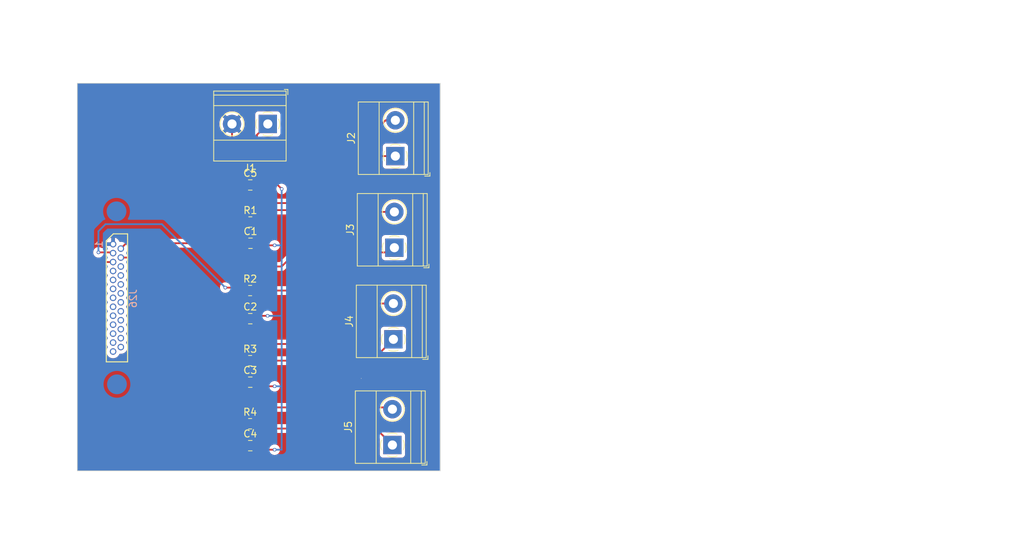
<source format=kicad_pcb>
(kicad_pcb (version 20221018) (generator pcbnew)
  (layers (0 "F.Cu" signal) (31 "B.Cu" signal) (34 "B.Paste" user) (35 "F.Paste" user) (36 "B.SilkS" user "B.Silkscreen") (37 "F.SilkS" user "F.Silkscreen") (38 "B.Mask" user) (39 "F.Mask" user) (44 "Edge.Cuts" user))
  (net 0 "")
  (net 1 "GND")
  (net 2 "Net-(J1-Pin_1)")
  (net 3 "Net-(J3-Pin_2)")
  (net 4 "Net-(J2-Pin_2)")
  (net 5 "Net-(J26-P15)")
  (net 6 "Net-(J5-Pin_2)")
  (footprint "TerminalBlock_Phoenix:TerminalBlock_Phoenix_MKDS-1,5-2-5.08_1x02_P5.08mm_Horizontal" (layer "F.Cu") (at 62.135 26.335 90)
    (fp_text reference "J2" (at 2.54 -6.26 90) (layer "F.SilkS"))
    (fp_text value "Screw_Terminal_01x02")
    (fp_line (start -2.84 4.16) (end -2.84 4.9) (stroke (width 0.12)) (layer "F.SilkS"))
    (fp_line (start -2.84 4.9) (end -2.34 4.9) (stroke (width 0.12)) (layer "F.SilkS"))
    (fp_line (start -2.6 -5.261) (end -2.6 4.66) (stroke (width 0.12)) (layer "F.SilkS"))
    (fp_line (start -2.6 -5.261) (end 7.68 -5.261) (stroke (width 0.12)) (layer "F.SilkS"))
    (fp_line (start -2.6 -2.301) (end 7.68 -2.301) (stroke (width 0.12)) (layer "F.SilkS"))
    (fp_line (start -2.6 2.6) (end 7.68 2.6) (stroke (width 0.12)) (layer "F.SilkS"))
    (fp_line (start -2.6 4.1) (end 7.68 4.1) (stroke (width 0.12)) (layer "F.SilkS"))
    (fp_line (start -2.6 4.66) (end 7.68 4.66) (stroke (width 0.12)) (layer "F.SilkS"))
    (fp_line (start 3.853 1.023) (end 3.806 1.069) (stroke (width 0.12)) (layer "F.SilkS"))
    (fp_line (start 4.046 1.239) (end 4.011 1.274) (stroke (width 0.12)) (layer "F.SilkS"))
    (fp_line (start 6.15 -1.275) (end 6.115 -1.239) (stroke (width 0.12)) (layer "F.SilkS"))
    (fp_line (start 6.355 -1.069) (end 6.308 -1.023) (stroke (width 0.12)) (layer "F.SilkS"))
    (fp_line (start 7.68 -5.261) (end 7.68 4.66) (stroke (width 0.12)) (layer "F.SilkS"))
    (fp_arc (start -1.535427 0.683042) (mid -1.680501 -0.000524) (end -1.535 -0.684) (stroke (width 0.12)) (layer "F.SilkS"))
    (fp_arc (start -0.683042 -1.535427) (mid 0.000524 -1.680501) (end 0.684 -1.535) (stroke (width 0.12)) (layer "F.SilkS"))
    (fp_arc (start 0.028805 1.680253) (mid -0.335551 1.646659) (end -0.684 1.535) (stroke (width 0.12)) (layer "F.SilkS"))
    (fp_arc (start 0.683318 1.534756) (mid 0.349292 1.643288) (end 0 1.68) (stroke (width 0.12)) (layer "F.SilkS"))
    (fp_arc (start 1.535427 -0.683042) (mid 1.680501 0.000524) (end 1.535 0.684) (stroke (width 0.12)) (layer "F.SilkS"))
    (fp_circle (center 5.08 0) (end 6.76 0) (stroke (width 0.12)) (fill none) (layer "F.SilkS"))
    (pad "1" thru_hole rect (at 0 0 90) (size 2.6 2.6) (drill 1.3) (layers "*.Cu" "*.Mask") (net 2 "Net-(J1-Pin_1)"))
    (pad "2" thru_hole circle (at 5.08 0 90) (size 2.6 2.6) (drill 1.3) (layers "*.Cu" "*.Mask") (net 4 "Net-(J2-Pin_2)"))
  )
  (footprint "TerminalBlock_Phoenix:TerminalBlock_Phoenix_MKDS-1,5-2-5.08_1x02_P5.08mm_Horizontal" (layer "F.Cu") (at 61.855 52.335 90)
    (fp_text reference "J4" (at 2.54 -6.26 90) (layer "F.SilkS"))
    (fp_text value "Screw_Terminal_01x02")
    (fp_line (start -2.84 4.16) (end -2.84 4.9) (stroke (width 0.12)) (layer "F.SilkS"))
    (fp_line (start -2.84 4.9) (end -2.34 4.9) (stroke (width 0.12)) (layer "F.SilkS"))
    (fp_line (start -2.6 -5.261) (end -2.6 4.66) (stroke (width 0.12)) (layer "F.SilkS"))
    (fp_line (start -2.6 -5.261) (end 7.68 -5.261) (stroke (width 0.12)) (layer "F.SilkS"))
    (fp_line (start -2.6 -2.301) (end 7.68 -2.301) (stroke (width 0.12)) (layer "F.SilkS"))
    (fp_line (start -2.6 2.6) (end 7.68 2.6) (stroke (width 0.12)) (layer "F.SilkS"))
    (fp_line (start -2.6 4.1) (end 7.68 4.1) (stroke (width 0.12)) (layer "F.SilkS"))
    (fp_line (start -2.6 4.66) (end 7.68 4.66) (stroke (width 0.12)) (layer "F.SilkS"))
    (fp_line (start 3.853 1.023) (end 3.806 1.069) (stroke (width 0.12)) (layer "F.SilkS"))
    (fp_line (start 4.046 1.239) (end 4.011 1.274) (stroke (width 0.12)) (layer "F.SilkS"))
    (fp_line (start 6.15 -1.275) (end 6.115 -1.239) (stroke (width 0.12)) (layer "F.SilkS"))
    (fp_line (start 6.355 -1.069) (end 6.308 -1.023) (stroke (width 0.12)) (layer "F.SilkS"))
    (fp_line (start 7.68 -5.261) (end 7.68 4.66) (stroke (width 0.12)) (layer "F.SilkS"))
    (fp_arc (start -1.535427 0.683042) (mid -1.680501 -0.000524) (end -1.535 -0.684) (stroke (width 0.12)) (layer "F.SilkS"))
    (fp_arc (start -0.683042 -1.535427) (mid 0.000524 -1.680501) (end 0.684 -1.535) (stroke (width 0.12)) (layer "F.SilkS"))
    (fp_arc (start 0.028805 1.680253) (mid -0.335551 1.646659) (end -0.684 1.535) (stroke (width 0.12)) (layer "F.SilkS"))
    (fp_arc (start 0.683318 1.534756) (mid 0.349292 1.643288) (end 0 1.68) (stroke (width 0.12)) (layer "F.SilkS"))
    (fp_arc (start 1.535427 -0.683042) (mid 1.680501 0.000524) (end 1.535 0.684) (stroke (width 0.12)) (layer "F.SilkS"))
    (fp_circle (center 5.08 0) (end 6.76 0) (stroke (width 0.12)) (fill none) (layer "F.SilkS"))
    (pad "1" thru_hole rect (at 0 0 90) (size 2.6 2.6) (drill 1.3) (layers "*.Cu" "*.Mask") (net 2 "Net-(J1-Pin_1)"))
    (pad "2" thru_hole circle (at 5.08 0 90) (size 2.6 2.6) (drill 1.3) (layers "*.Cu" "*.Mask") (net 5 "Net-(J26-P15)"))
  )
  (footprint "Resistor_SMD:R_0805_2012Metric" (layer "F.Cu") (at 41.525 45.415)
    (fp_text reference "R2" (at 0 -1.65) (layer "F.SilkS"))
    (fp_text value "R")
    (fp_line (start -0.227064 -0.735) (end 0.227064 -0.735) (stroke (width 0.12)) (layer "F.SilkS"))
    (fp_line (start -0.227064 0.735) (end 0.227064 0.735) (stroke (width 0.12)) (layer "F.SilkS"))
    (pad "1" smd roundrect (at -0.9125 0) (size 1.025 1.4) (layers "F.Cu" "F.Paste" "F.Mask") (roundrect_rratio 0.243902439) (net 3 "Net-(J3-Pin_2)"))
    (pad "2" smd roundrect (at 0.9125 0) (size 1.025 1.4) (layers "F.Cu" "F.Paste" "F.Mask") (roundrect_rratio 0.243902439) (net 2 "Net-(J1-Pin_1)"))
  )
  (footprint "Capacitor_SMD:C_0805_2012Metric" (layer "F.Cu") (at 41.545 67.425)
    (fp_text reference "C4" (at 0 -1.68) (layer "F.SilkS"))
    (fp_text value "C")
    (fp_line (start -0.261252 -0.735) (end 0.261252 -0.735) (stroke (width 0.12)) (layer "F.SilkS"))
    (fp_line (start -0.261252 0.735) (end 0.261252 0.735) (stroke (width 0.12)) (layer "F.SilkS"))
    (pad "1" smd roundrect (at -0.95 0) (size 1 1.45) (layers "F.Cu" "F.Paste" "F.Mask") (net 6 "Net-(J5-Pin_2)"))
    (pad "2" smd roundrect (at 0.95 0) (size 1 1.45) (layers "F.Cu" "F.Paste" "F.Mask") (net 2 "Net-(J1-Pin_1)"))
  )
  (footprint "TerminalBlock_Phoenix:TerminalBlock_Phoenix_MKDS-1,5-2-5.08_1x02_P5.08mm_Horizontal" (layer "F.Cu") (at 61.995 39.335 90)
    (fp_text reference "J3" (at 2.54 -6.26 90) (layer "F.SilkS"))
    (fp_text value "Screw_Terminal_01x02")
    (fp_line (start -2.84 4.16) (end -2.84 4.9) (stroke (width 0.12)) (layer "F.SilkS"))
    (fp_line (start -2.84 4.9) (end -2.34 4.9) (stroke (width 0.12)) (layer "F.SilkS"))
    (fp_line (start -2.6 -5.261) (end -2.6 4.66) (stroke (width 0.12)) (layer "F.SilkS"))
    (fp_line (start -2.6 -5.261) (end 7.68 -5.261) (stroke (width 0.12)) (layer "F.SilkS"))
    (fp_line (start -2.6 -2.301) (end 7.68 -2.301) (stroke (width 0.12)) (layer "F.SilkS"))
    (fp_line (start -2.6 2.6) (end 7.68 2.6) (stroke (width 0.12)) (layer "F.SilkS"))
    (fp_line (start -2.6 4.1) (end 7.68 4.1) (stroke (width 0.12)) (layer "F.SilkS"))
    (fp_line (start -2.6 4.66) (end 7.68 4.66) (stroke (width 0.12)) (layer "F.SilkS"))
    (fp_line (start 3.853 1.023) (end 3.806 1.069) (stroke (width 0.12)) (layer "F.SilkS"))
    (fp_line (start 4.046 1.239) (end 4.011 1.274) (stroke (width 0.12)) (layer "F.SilkS"))
    (fp_line (start 6.15 -1.275) (end 6.115 -1.239) (stroke (width 0.12)) (layer "F.SilkS"))
    (fp_line (start 6.355 -1.069) (end 6.308 -1.023) (stroke (width 0.12)) (layer "F.SilkS"))
    (fp_line (start 7.68 -5.261) (end 7.68 4.66) (stroke (width 0.12)) (layer "F.SilkS"))
    (fp_arc (start -1.535427 0.683042) (mid -1.680501 -0.000524) (end -1.535 -0.684) (stroke (width 0.12)) (layer "F.SilkS"))
    (fp_arc (start -0.683042 -1.535427) (mid 0.000524 -1.680501) (end 0.684 -1.535) (stroke (width 0.12)) (layer "F.SilkS"))
    (fp_arc (start 0.028805 1.680253) (mid -0.335551 1.646659) (end -0.684 1.535) (stroke (width 0.12)) (layer "F.SilkS"))
    (fp_arc (start 0.683318 1.534756) (mid 0.349292 1.643288) (end 0 1.68) (stroke (width 0.12)) (layer "F.SilkS"))
    (fp_arc (start 1.535427 -0.683042) (mid 1.680501 0.000524) (end 1.535 0.684) (stroke (width 0.12)) (layer "F.SilkS"))
    (fp_circle (center 5.08 0) (end 6.76 0) (stroke (width 0.12)) (fill none) (layer "F.SilkS"))
    (pad "1" thru_hole rect (at 0 0 90) (size 2.6 2.6) (drill 1.3) (layers "*.Cu" "*.Mask") (net 2 "Net-(J1-Pin_1)"))
    (pad "2" thru_hole circle (at 5.08 0 90) (size 2.6 2.6) (drill 1.3) (layers "*.Cu" "*.Mask") (net 3 "Net-(J3-Pin_2)"))
  )
  (footprint "TerminalBlock_Phoenix:TerminalBlock_Phoenix_MKDS-1,5-2-5.08_1x02_P5.08mm_Horizontal" (layer "F.Cu") (at 44.035 21.775 180)
    (fp_text reference "J1" (at 2.54 -6.26) (layer "F.SilkS"))
    (fp_text value "Screw_Terminal_01x02")
    (fp_line (start -2.84 4.16) (end -2.84 4.9) (stroke (width 0.12)) (layer "F.SilkS"))
    (fp_line (start -2.84 4.9) (end -2.34 4.9) (stroke (width 0.12)) (layer "F.SilkS"))
    (fp_line (start -2.6 -5.261) (end -2.6 4.66) (stroke (width 0.12)) (layer "F.SilkS"))
    (fp_line (start -2.6 -5.261) (end 7.68 -5.261) (stroke (width 0.12)) (layer "F.SilkS"))
    (fp_line (start -2.6 -2.301) (end 7.68 -2.301) (stroke (width 0.12)) (layer "F.SilkS"))
    (fp_line (start -2.6 2.6) (end 7.68 2.6) (stroke (width 0.12)) (layer "F.SilkS"))
    (fp_line (start -2.6 4.1) (end 7.68 4.1) (stroke (width 0.12)) (layer "F.SilkS"))
    (fp_line (start -2.6 4.66) (end 7.68 4.66) (stroke (width 0.12)) (layer "F.SilkS"))
    (fp_line (start 3.853 1.023) (end 3.806 1.069) (stroke (width 0.12)) (layer "F.SilkS"))
    (fp_line (start 4.046 1.239) (end 4.011 1.274) (stroke (width 0.12)) (layer "F.SilkS"))
    (fp_line (start 6.15 -1.275) (end 6.115 -1.239) (stroke (width 0.12)) (layer "F.SilkS"))
    (fp_line (start 6.355 -1.069) (end 6.308 -1.023) (stroke (width 0.12)) (layer "F.SilkS"))
    (fp_line (start 7.68 -5.261) (end 7.68 4.66) (stroke (width 0.12)) (layer "F.SilkS"))
    (fp_arc (start -1.535427 0.683042) (mid -1.680501 -0.000524) (end -1.535 -0.684) (stroke (width 0.12)) (layer "F.SilkS"))
    (fp_arc (start -0.683042 -1.535427) (mid 0.000524 -1.680501) (end 0.684 -1.535) (stroke (width 0.12)) (layer "F.SilkS"))
    (fp_arc (start 0.028805 1.680253) (mid -0.335551 1.646659) (end -0.684 1.535) (stroke (width 0.12)) (layer "F.SilkS"))
    (fp_arc (start 0.683318 1.534756) (mid 0.349292 1.643288) (end 0 1.68) (stroke (width 0.12)) (layer "F.SilkS"))
    (fp_arc (start 1.535427 -0.683042) (mid 1.680501 0.000524) (end 1.535 0.684) (stroke (width 0.12)) (layer "F.SilkS"))
    (fp_circle (center 5.08 0) (end 6.76 0) (stroke (width 0.12)) (fill none) (layer "F.SilkS"))
    (pad "1" thru_hole rect (at 0 0 180) (size 2.6 2.6) (drill 1.3) (layers "*.Cu" "*.Mask") (net 2 "Net-(J1-Pin_1)"))
    (pad "2" thru_hole circle (at 5.08 0 180) (size 2.6 2.6) (drill 1.3) (layers "*.Cu" "*.Mask") (net 1 "GND"))
  )
  (footprint "Resistor_SMD:R_0805_2012Metric" (layer "F.Cu") (at 41.525 55.365)
    (fp_text reference "R3" (at 0 -1.65) (layer "F.SilkS"))
    (fp_text value "R")
    (fp_line (start -0.227064 -0.735) (end 0.227064 -0.735) (stroke (width 0.12)) (layer "F.SilkS"))
    (fp_line (start -0.227064 0.735) (end 0.227064 0.735) (stroke (width 0.12)) (layer "F.SilkS"))
    (pad "1" smd roundrect (at -0.9125 0) (size 1.025 1.4) (layers "F.Cu" "F.Paste" "F.Mask") (roundrect_rratio 0.243902439) (net 5 "Net-(J26-P15)"))
    (pad "2" smd roundrect (at 0.9125 0) (size 1.025 1.4) (layers "F.Cu" "F.Paste" "F.Mask") (roundrect_rratio 0.243902439) (net 2 "Net-(J1-Pin_1)"))
  )
  (footprint "Resistor_SMD:R_0805_2012Metric" (layer "F.Cu") (at 41.525 64.315)
    (fp_text reference "R4" (at 0 -1.65) (layer "F.SilkS"))
    (fp_text value "R")
    (fp_line (start -0.227064 -0.735) (end 0.227064 -0.735) (stroke (width 0.12)) (layer "F.SilkS"))
    (fp_line (start -0.227064 0.735) (end 0.227064 0.735) (stroke (width 0.12)) (layer "F.SilkS"))
    (pad "1" smd roundrect (at -0.9125 0) (size 1.025 1.4) (layers "F.Cu" "F.Paste" "F.Mask") (roundrect_rratio 0.243902439) (net 6 "Net-(J5-Pin_2)"))
    (pad "2" smd roundrect (at 0.9125 0) (size 1.025 1.4) (layers "F.Cu" "F.Paste" "F.Mask") (roundrect_rratio 0.243902439) (net 2 "Net-(J1-Pin_1)"))
  )
  (footprint "Capacitor_SMD:C_0805_2012Metric" (layer "F.Cu") (at 41.575 38.705)
    (fp_text reference "C1" (at 0 -1.68) (layer "F.SilkS"))
    (fp_text value "C")
    (fp_line (start -0.261252 -0.735) (end 0.261252 -0.735) (stroke (width 0.12)) (layer "F.SilkS"))
    (fp_line (start -0.261252 0.735) (end 0.261252 0.735) (stroke (width 0.12)) (layer "F.SilkS"))
    (pad "1" smd roundrect (at -0.95 0) (size 1 1.45) (layers "F.Cu" "F.Paste" "F.Mask") (net 4 "Net-(J2-Pin_2)"))
    (pad "2" smd roundrect (at 0.95 0) (size 1 1.45) (layers "F.Cu" "F.Paste" "F.Mask") (net 2 "Net-(J1-Pin_1)"))
  )
  (footprint "TerminalBlock_Phoenix:TerminalBlock_Phoenix_MKDS-1,5-2-5.08_1x02_P5.08mm_Horizontal" (layer "F.Cu") (at 61.715 67.335 90)
    (fp_text reference "J5" (at 2.54 -6.26 90) (layer "F.SilkS"))
    (fp_text value "Screw_Terminal_01x02")
    (fp_line (start -2.84 4.16) (end -2.84 4.9) (stroke (width 0.12)) (layer "F.SilkS"))
    (fp_line (start -2.84 4.9) (end -2.34 4.9) (stroke (width 0.12)) (layer "F.SilkS"))
    (fp_line (start -2.6 -5.261) (end -2.6 4.66) (stroke (width 0.12)) (layer "F.SilkS"))
    (fp_line (start -2.6 -5.261) (end 7.68 -5.261) (stroke (width 0.12)) (layer "F.SilkS"))
    (fp_line (start -2.6 -2.301) (end 7.68 -2.301) (stroke (width 0.12)) (layer "F.SilkS"))
    (fp_line (start -2.6 2.6) (end 7.68 2.6) (stroke (width 0.12)) (layer "F.SilkS"))
    (fp_line (start -2.6 4.1) (end 7.68 4.1) (stroke (width 0.12)) (layer "F.SilkS"))
    (fp_line (start -2.6 4.66) (end 7.68 4.66) (stroke (width 0.12)) (layer "F.SilkS"))
    (fp_line (start 3.853 1.023) (end 3.806 1.069) (stroke (width 0.12)) (layer "F.SilkS"))
    (fp_line (start 4.046 1.239) (end 4.011 1.274) (stroke (width 0.12)) (layer "F.SilkS"))
    (fp_line (start 6.15 -1.275) (end 6.115 -1.239) (stroke (width 0.12)) (layer "F.SilkS"))
    (fp_line (start 6.355 -1.069) (end 6.308 -1.023) (stroke (width 0.12)) (layer "F.SilkS"))
    (fp_line (start 7.68 -5.261) (end 7.68 4.66) (stroke (width 0.12)) (layer "F.SilkS"))
    (fp_arc (start -1.535427 0.683042) (mid -1.680501 -0.000524) (end -1.535 -0.684) (stroke (width 0.12)) (layer "F.SilkS"))
    (fp_arc (start -0.683042 -1.535427) (mid 0.000524 -1.680501) (end 0.684 -1.535) (stroke (width 0.12)) (layer "F.SilkS"))
    (fp_arc (start 0.028805 1.680253) (mid -0.335551 1.646659) (end -0.684 1.535) (stroke (width 0.12)) (layer "F.SilkS"))
    (fp_arc (start 0.683318 1.534756) (mid 0.349292 1.643288) (end 0 1.68) (stroke (width 0.12)) (layer "F.SilkS"))
    (fp_arc (start 1.535427 -0.683042) (mid 1.680501 0.000524) (end 1.535 0.684) (stroke (width 0.12)) (layer "F.SilkS"))
    (fp_circle (center 5.08 0) (end 6.76 0) (stroke (width 0.12)) (fill none) (layer "F.SilkS"))
    (pad "1" thru_hole rect (at 0 0 90) (size 2.6 2.6) (drill 1.3) (layers "*.Cu" "*.Mask") (net 2 "Net-(J1-Pin_1)"))
    (pad "2" thru_hole circle (at 5.08 0 90) (size 2.6 2.6) (drill 1.3) (layers "*.Cu" "*.Mask") (net 6 "Net-(J5-Pin_2)"))
  )
  (footprint "Capacitor_SMD:C_0805_2012Metric" (layer "F.Cu") (at 41.545 58.415)
    (fp_text reference "C3" (at 0 -1.68) (layer "F.SilkS"))
    (fp_text value "C")
    (fp_line (start -0.261252 -0.735) (end 0.261252 -0.735) (stroke (width 0.12)) (layer "F.SilkS"))
    (fp_line (start -0.261252 0.735) (end 0.261252 0.735) (stroke (width 0.12)) (layer "F.SilkS"))
    (pad "1" smd roundrect (at -0.95 0) (size 1 1.45) (layers "F.Cu" "F.Paste" "F.Mask") (net 5 "Net-(J26-P15)"))
    (pad "2" smd roundrect (at 0.95 0) (size 1 1.45) (layers "F.Cu" "F.Paste" "F.Mask") (net 2 "Net-(J1-Pin_1)"))
  )
  (footprint "Capacitor_SMD:C_0805_2012Metric" (layer "F.Cu") (at 41.545 30.435)
    (fp_text reference "C5" (at 0 -1.68) (layer "F.SilkS"))
    (fp_text value "C")
    (fp_line (start -0.261252 -0.735) (end 0.261252 -0.735) (stroke (width 0.12)) (layer "F.SilkS"))
    (fp_line (start -0.261252 0.735) (end 0.261252 0.735) (stroke (width 0.12)) (layer "F.SilkS"))
    (pad "1" smd roundrect (at -0.95 0) (size 1 1.45) (layers "F.Cu" "F.Paste" "F.Mask") (net 1 "GND"))
    (pad "2" smd roundrect (at 0.95 0) (size 1 1.45) (layers "F.Cu" "F.Paste" "F.Mask") (net 2 "Net-(J1-Pin_1)"))
  )
  (footprint "Capacitor_SMD:C_0805_2012Metric" (layer "F.Cu") (at 41.545 49.405)
    (fp_text reference "C2" (at 0 -1.68) (layer "F.SilkS"))
    (fp_text value "C")
    (fp_line (start -0.261252 -0.735) (end 0.261252 -0.735) (stroke (width 0.12)) (layer "F.SilkS"))
    (fp_line (start -0.261252 0.735) (end 0.261252 0.735) (stroke (width 0.12)) (layer "F.SilkS"))
    (pad "1" smd roundrect (at -0.95 0) (size 1 1.45) (layers "F.Cu" "F.Paste" "F.Mask") (net 3 "Net-(J3-Pin_2)"))
    (pad "2" smd roundrect (at 0.95 0) (size 1 1.45) (layers "F.Cu" "F.Paste" "F.Mask") (net 2 "Net-(J1-Pin_1)"))
  )
  (footprint "Resistor_SMD:R_0805_2012Metric" (layer "F.Cu") (at 41.555 35.685)
    (fp_text reference "R1" (at 0 -1.65) (layer "F.SilkS"))
    (fp_text value "R")
    (fp_line (start -0.227064 -0.735) (end 0.227064 -0.735) (stroke (width 0.12)) (layer "F.SilkS"))
    (fp_line (start -0.227064 0.735) (end 0.227064 0.735) (stroke (width 0.12)) (layer "F.SilkS"))
    (pad "1" smd roundrect (at -0.9125 0) (size 1.025 1.4) (layers "F.Cu" "F.Paste" "F.Mask") (roundrect_rratio 0.243902439) (net 4 "Net-(J2-Pin_2)"))
    (pad "2" smd roundrect (at 0.9125 0) (size 1.025 1.4) (layers "F.Cu" "F.Paste" "F.Mask") (roundrect_rratio 0.243902439) (net 2 "Net-(J1-Pin_1)"))
  )
  (footprint "0_footprint_Library:Norcomp-380-025-113L001-microd_Updated" (layer "B.Cu") (at 22.6255 46.45 -90)
    (fp_text reference "J26" (at 0.1 -2.3 90) (layer "B.SilkS") (effects (justify mirror)))
    (fp_text value "DB25_Plug")
    (fp_text user "1" (at -7.62 2.54 90) (layer "B.SilkS") (effects (justify mirror)))
    (fp_line (start -9.08 -1.51) (end 9.08 -1.51) (stroke (width 0.15)) (layer "F.SilkS"))
    (fp_line (start -9.08 0.51) (end -9.08 -1.51) (stroke (width 0.15)) (layer "F.SilkS"))
    (fp_line (start -8.08 1.51) (end -9.08 0.51) (stroke (width 0.15)) (layer "F.SilkS"))
    (fp_line (start 9.08 -1.51) (end 9.08 1.51) (stroke (width 0.15)) (layer "F.SilkS"))
    (fp_line (start 9.08 1.51) (end -8.08 1.51) (stroke (width 0.15)) (layer "F.SilkS"))
    (pad "1" thru_hole oval (at -7.62 0.55 270) (size 0.92 0.92) (drill 0.61) (layers "*.Cu" "*.Mask") (net 1 "GND"))
    (pad "2" thru_hole oval (at -6.35 0.55 270) (size 0.92 0.92) (drill 0.61) (layers "*.Cu" "*.Mask") (net 3 "Net-(J3-Pin_2)"))
    (pad "3" thru_hole oval (at -5.08 0.55 270) (size 0.92 0.92) (drill 0.61) (layers "*.Cu" "*.Mask") (net 6 "Net-(J5-Pin_2)"))
    (pad "4" thru_hole oval (at -3.81 0.55 270) (size 0.92 0.92) (drill 0.61) (layers "*.Cu" "*.Mask"))
    (pad "5" thru_hole oval (at -2.54 0.55 270) (size 0.92 0.92) (drill 0.61) (layers "*.Cu" "*.Mask"))
    (pad "6" thru_hole oval (at -1.27 0.55 270) (size 0.92 0.92) (drill 0.61) (layers "*.Cu" "*.Mask"))
    (pad "7" thru_hole oval (at 0 0.55 270) (size 0.92 0.92) (drill 0.61) (layers "*.Cu" "*.Mask"))
    (pad "8" thru_hole oval (at 1.27 0.55 270) (size 0.92 0.92) (drill 0.61) (layers "*.Cu" "*.Mask"))
    (pad "9" thru_hole oval (at 2.54 0.55 270) (size 0.92 0.92) (drill 0.61) (layers "*.Cu" "*.Mask"))
    (pad "10" thru_hole oval (at 3.81 0.55 270) (size 0.92 0.92) (drill 0.61) (layers "*.Cu" "*.Mask"))
    (pad "11" thru_hole oval (at 5.08 0.55 270) (size 0.92 0.92) (drill 0.61) (layers "*.Cu" "*.Mask"))
    (pad "12" thru_hole oval (at 6.35 0.55 270) (size 0.92 0.92) (drill 0.61) (layers "*.Cu" "*.Mask"))
    (pad "13" thru_hole oval (at 7.62 0.55 270) (size 0.92 0.92) (drill 0.61) (layers "*.Cu" "*.Mask"))
    (pad "14" thru_hole oval (at -6.985 -0.55 270) (size 0.92 0.92) (drill 0.61) (layers "*.Cu" "*.Mask") (net 4 "Net-(J2-Pin_2)"))
    (pad "15" thru_hole oval (at -5.715 -0.55 270) (size 0.92 0.92) (drill 0.61) (layers "*.Cu" "*.Mask") (net 5 "Net-(J26-P15)"))
    (pad "16" thru_hole oval (at -4.445 -0.55 270) (size 0.92 0.92) (drill 0.61) (layers "*.Cu" "*.Mask"))
    (pad "17" thru_hole oval (at -3.175 -0.55 270) (size 0.92 0.92) (drill 0.61) (layers "*.Cu" "*.Mask"))
    (pad "18" thru_hole oval (at -1.905 -0.55 270) (size 0.92 0.92) (drill 0.61) (layers "*.Cu" "*.Mask"))
    (pad "19" thru_hole oval (at -0.635 -0.55 270) (size 0.92 0.92) (drill 0.61) (layers "*.Cu" "*.Mask"))
    (pad "20" thru_hole oval (at 0.635 -0.55 270) (size 0.92 0.92) (drill 0.61) (layers "*.Cu" "*.Mask"))
    (pad "21" thru_hole oval (at 1.905 -0.55 270) (size 0.92 0.92) (drill 0.61) (layers "*.Cu" "*.Mask"))
    (pad "22" thru_hole oval (at 3.175 -0.55 270) (size 0.92 0.92) (drill 0.61) (layers "*.Cu" "*.Mask"))
    (pad "23" thru_hole oval (at 4.445 -0.55 270) (size 0.92 0.92) (drill 0.61) (layers "*.Cu" "*.Mask"))
    (pad "24" thru_hole oval (at 5.715 -0.55 270) (size 0.92 0.92) (drill 0.61) (layers "*.Cu" "*.Mask"))
    (pad "25" thru_hole oval (at 6.985 -0.55 270) (size 0.92 0.92) (drill 0.61) (layers "*.Cu" "*.Mask"))
    (pad "GND" smd circle (at -12.275 0.06 270) (size 2.8 2.8) (layers "B.Cu" "B.Paste" "B.Mask"))
    (pad "GND" smd circle (at 12.275 0 270) (size 2.8 2.8) (layers "B.Cu" "B.Paste" "B.Mask"))
  )
  (gr_rect (start 17 16) (end 68.5 71) (stroke (width 0.1)) (fill none) (layer "Edge.Cuts"))
  (gr_line (start 57.295 57.885) (end 57.295 57.885) (stroke (width 0.1)) (layer "Edge.Cuts"))
  (segment (start 38.955 28.795) (end 38.955 21.775) (width 0.25) (layer "F.Cu") (net 1))
  (segment (start 22.0755 38.83) (end 22.0755 36.9245) (width 0.25) (layer "F.Cu") (net 1))
  (segment (start 40.595 30.435) (end 38.955 28.795) (width 0.25) (layer "F.Cu") (net 1))
  (segment (start 22.0755 36.9245) (end 28.565 30.435) (width 0.25) (layer "F.Cu") (net 1))
  (segment (start 28.565 30.435) (end 40.595 30.435) (width 0.25) (layer "F.Cu") (net 1))
  (segment (start 42.4375 45.415) (end 47.585 45.415) (width 0.25) (layer "F.Cu") (net 2))
  (segment (start 42.4375 49.3475) (end 42.4375 45.415) (width 0.25) (layer "F.Cu") (net 2))
  (segment (start 42.495 23.315) (end 44.035 21.775) (width 0.25) (layer "F.Cu") (net 2))
  (segment (start 43.1225 65) (end 59.38 65) (width 0.25) (layer "F.Cu") (net 2))
  (segment (start 42.4375 55.365) (end 58.825 55.365) (width 0.25) (layer "F.Cu") (net 2))
  (segment (start 42.4375 55.365) (end 42.4375 58.3575) (width 0.25) (layer "F.Cu") (net 2))
  (segment (start 44 49) (end 42.9 49) (width 0.25) (layer "F.Cu") (net 2))
  (segment (start 43.07 68) (end 42.495 67.425) (width 0.25) (layer "F.Cu") (net 2))
  (segment (start 42.4375 64.315) (end 43.1225 65) (width 0.25) (layer "F.Cu") (net 2))
  (segment (start 42.4375 58.3575) (end 42.495 58.415) (width 0.25) (layer "F.Cu") (net 2))
  (segment (start 42.9 49) (end 42.495 49.405) (width 0.25) (layer "F.Cu") (net 2))
  (segment (start 45 39) (end 42.82 39) (width 0.25) (layer "F.Cu") (net 2))
  (segment (start 42.525 38.705) (end 42.525 35.7425) (width 0.25) (layer "F.Cu") (net 2))
  (segment (start 43.08 59) (end 42.495 58.415) (width 0.25) (layer "F.Cu") (net 2))
  (segment (start 42.495 67.425) (end 42.495 64.3725) (width 0.25) (layer "F.Cu") (net 2))
  (segment (start 51 34) (end 58.665 26.335) (width 0.25) (layer "F.Cu") (net 2))
  (segment (start 42.495 49.405) (end 42.4375 49.3475) (width 0.25) (layer "F.Cu") (net 2))
  (segment (start 46 31) (end 45.435 30.435) (width 0.25) (layer "F.Cu") (net 2))
  (segment (start 47.585 45.415) (end 53 40) (width 0.25) (layer "F.Cu") (net 2))
  (segment (start 61.33 40) (end 61.995 39.335) (width 0.25) (layer "F.Cu") (net 2))
  (segment (start 58.825 55.365) (end 61.855 52.335) (width 0.25) (layer "F.Cu") (net 2))
  (segment (start 42.495 64.3725) (end 42.4375 64.315) (width 0.25) (layer "F.Cu") (net 2))
  (segment (start 53 40) (end 61.33 40) (width 0.25) (layer "F.Cu") (net 2))
  (segment (start 58.665 26.335) (end 62.135 26.335) (width 0.25) (layer "F.Cu") (net 2))
  (segment (start 44.1525 34) (end 51 34) (width 0.25) (layer "F.Cu") (net 2))
  (segment (start 45 68) (end 43.07 68) (width 0.25) (layer "F.Cu") (net 2))
  (segment (start 45 59) (end 43.08 59) (width 0.25) (layer "F.Cu") (net 2))
  (segment (start 45.435 30.435) (end 42.495 30.435) (width 0.25) (layer "F.Cu") (net 2))
  (segment (start 42.525 35.7425) (end 42.4675 35.685) (width 0.25) (layer "F.Cu") (net 2))
  (segment (start 59.38 65) (end 61.715 67.335) (width 0.25) (layer "F.Cu") (net 2))
  (segment (start 42.4675 35.685) (end 44.1525 34) (width 0.25) (layer "F.Cu") (net 2))
  (segment (start 42.82 39) (end 42.525 38.705) (width 0.25) (layer "F.Cu") (net 2))
  (segment (start 42.495 30.435) (end 42.495 23.315) (width 0.25) (layer "F.Cu") (net 2))
  (via (at 45 68) (size 0.5) (drill 0.3) (layers "F.Cu" "B.Cu") (net 2))
  (via (at 46 31) (size 0.5) (drill 0.3) (layers "F.Cu" "B.Cu") (net 2))
  (via (at 44 49) (size 0.5) (drill 0.3) (layers "F.Cu" "B.Cu") (net 2))
  (via (at 45 59) (size 0.5) (drill 0.3) (layers "F.Cu" "B.Cu") (net 2))
  (via (at 45 39) (size 0.5) (drill 0.3) (layers "F.Cu" "B.Cu") (net 2))
  (segment (start 46 59) (end 45 59) (width 0.25) (layer "B.Cu") (net 2))
  (segment (start 46 39) (end 46 49) (width 0.25) (layer "B.Cu") (net 2))
  (segment (start 46 49) (end 46 59) (width 0.25) (layer "B.Cu") (net 2))
  (segment (start 45 49) (end 44 49) (width 0.25) (layer "B.Cu") (net 2))
  (segment (start 46 39) (end 45 39) (width 0.25) (layer "B.Cu") (net 2))
  (segment (start 46 49) (end 45 49) (width 0.25) (layer "B.Cu") (net 2))
  (segment (start 46 59) (end 46 68) (width 0.25) (layer "B.Cu") (net 2))
  (segment (start 46 68) (end 45 68) (width 0.25) (layer "B.Cu") (net 2))
  (segment (start 46 31) (end 46 39) (width 0.25) (layer "B.Cu") (net 2))
  (segment (start 42 42) (end 46 42) (width 0.25) (layer "F.Cu") (net 3))
  (segment (start 22.0755 40.1) (end 21.9755 40) (width 0.25) (layer "F.Cu") (net 3))
  (segment (start 40.595 45.4325) (end 40.6125 45.415) (width 0.25) (layer "F.Cu") (net 3))
  (segment (start 21.9755 40) (end 20 40) (width 0.25) (layer "F.Cu") (net 3))
  (segment (start 46 42) (end 53.745 34.255) (width 0.25) (layer "F.Cu") (net 3))
  (segment (start 40.6125 43.3875) (end 42 42) (width 0.25) (layer "F.Cu") (net 3))
  (segment (start 40.6125 45.415) (end 40.6125 43.3875) (width 0.25) (layer "F.Cu") (net 3))
  (segment (start 38 45) (end 40.1975 45) (width 0.25) (layer "F.Cu") (net 3))
  (segment (start 40.1975 45) (end 40.6125 45.415) (width 0.25) (layer "F.Cu") (net 3))
  (segment (start 53.745 34.255) (end 61.995 34.255) (width 0.25) (layer "F.Cu") (net 3))
  (segment (start 40.595 49.405) (end 40.595 45.4325) (width 0.25) (layer "F.Cu") (net 3))
  (via (at 20 40) (size 0.5) (drill 0.3) (layers "F.Cu" "B.Cu") (net 3))
  (via (at 38 45) (size 0.5) (drill 0.3) (layers "F.Cu" "B.Cu") (net 3))
  (segment (start 20 40) (end 20 37) (width 0.25) (layer "B.Cu") (net 3))
  (segment (start 21 36) (end 29 36) (width 0.25) (layer "B.Cu") (net 3))
  (segment (start 29 36) (end 38 45) (width 0.25) (layer "B.Cu") (net 3))
  (segment (start 20 37) (end 21 36) (width 0.25) (layer "B.Cu") (net 3))
  (segment (start 40.625 35.7025) (end 40.6425 35.685) (width 0.25) (layer "F.Cu") (net 4))
  (segment (start 40.6425 35.685) (end 43.3275 33) (width 0.25) (layer "F.Cu") (net 4))
  (segment (start 23.9355 38.705) (end 23.1755 39.465) (width 0.25) (layer "F.Cu") (net 4))
  (segment (start 43.3275 33) (end 49 33) (width 0.25) (layer "F.Cu") (net 4))
  (segment (start 49 33) (end 60.745 21.255) (width 0.25) (layer "F.Cu") (net 4))
  (segment (start 40.625 38.705) (end 23.9355 38.705) (width 0.25) (layer "F.Cu") (net 4))
  (segment (start 40.625 38.705) (end 40.625 35.7025) (width 0.25) (layer "F.Cu") (net 4))
  (segment (start 60.745 21.255) (end 62.135 21.255) (width 0.25) (layer "F.Cu") (net 4))
  (segment (start 41 53) (end 47 53) (width 0.25) (layer "F.Cu") (net 5))
  (segment (start 23.1755 40.735) (end 25.9825 40.735) (width 0.25) (layer "F.Cu") (net 5))
  (segment (start 41 54.9775) (end 41 53) (width 0.25) (layer "F.Cu") (net 5))
  (segment (start 47 53) (end 52.745 47.255) (width 0.25) (layer "F.Cu") (net 5))
  (segment (start 52.745 47.255) (end 61.855 47.255) (width 0.25) (layer "F.Cu") (net 5))
  (segment (start 40.595 55.3825) (end 40.6125 55.365) (width 0.25) (layer "F.Cu") (net 5))
  (segment (start 40.6125 55.365) (end 41 54.9775) (width 0.25) (layer "F.Cu") (net 5))
  (segment (start 25.9825 40.735) (end 40.6125 55.365) (width 0.25) (layer "F.Cu") (net 5))
  (segment (start 40.595 58.415) (end 40.595 55.3825) (width 0.25) (layer "F.Cu") (net 5))
  (segment (start 40.6125 62.3875) (end 41 62) (width 0.25) (layer "F.Cu") (net 6))
  (segment (start 22 64) (end 40.2975 64) (width 0.25) (layer "F.Cu") (net 6))
  (segment (start 41 62) (end 61.46 62) (width 0.25) (layer "F.Cu") (net 6))
  (segment (start 20 42) (end 20 62) (width 0.25) (layer "F.Cu") (net 6))
  (segment (start 22.0755 41.37) (end 20.63 41.37) (width 0.25) (layer "F.Cu") (net 6))
  (segment (start 20 62) (end 22 64) (width 0.25) (layer "F.Cu") (net 6))
  (segment (start 20.63 41.37) (end 20 42) (width 0.25) (layer "F.Cu") (net 6))
  (segment (start 61.46 62) (end 61.715 62.255) (width 0.25) (layer "F.Cu") (net 6))
  (segment (start 40.595 67.425) (end 40.595 64.3325) (width 0.25) (layer "F.Cu") (net 6))
  (segment (start 40.6125 64.315) (end 40.6125 62.3875) (width 0.25) (layer "F.Cu") (net 6))
  (segment (start 40.595 64.3325) (end 40.6125 64.315) (width 0.25) (layer "F.Cu") (net 6))
  (segment (start 40.2975 64) (end 40.6125 64.315) (width 0.25) (layer "F.Cu") (net 6))
  (zone (net 1) (net_name "GND") (layers "F&B.Cu") (priority 1) (connect_pads (clearance 0.5)) (min_thickness 0.25) (fill yes (thermal_gap 0.5) (thermal_bridge_width 0.5))
    (polygon (pts (xy 85.524788 5.268496) (xy 85.351858 81.530673) (xy 6.183671 82.118847) (xy 6.029584 4.184845)))
  )
)
</source>
